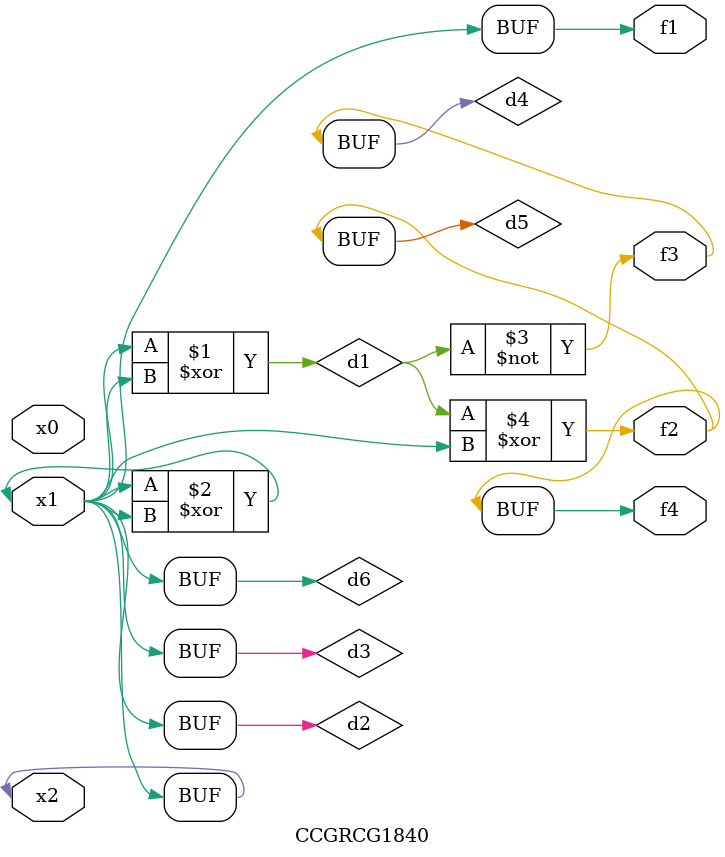
<source format=v>
module CCGRCG1840(
	input x0, x1, x2,
	output f1, f2, f3, f4
);

	wire d1, d2, d3, d4, d5, d6;

	xor (d1, x1, x2);
	buf (d2, x1, x2);
	xor (d3, x1, x2);
	nor (d4, d1);
	xor (d5, d1, d2);
	buf (d6, d2, d3);
	assign f1 = d6;
	assign f2 = d5;
	assign f3 = d4;
	assign f4 = d5;
endmodule

</source>
